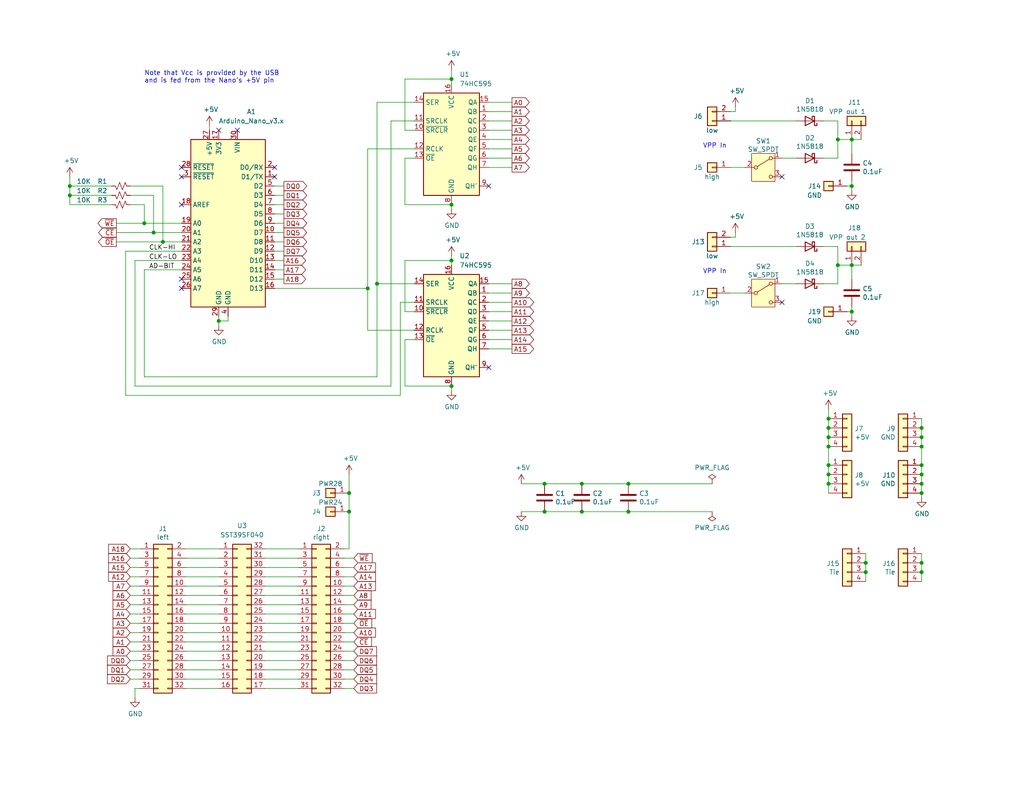
<source format=kicad_sch>
(kicad_sch (version 20231120) (generator "eeschema") (generator_version "8.0")
  (paper "USLetter")
  (title_block (title "TommyPROM 32 Nano") (date "2022-12-19") (rev "2.0") (company "github.com/TomNisbet"))
  (lib_symbols
    (symbol "74xx:74HC595"
      (property "Reference" "U" (at -7.62 13.97 0))
      (property "Value" "74HC595" (at -7.62 -16.51 0))
      (symbol "74HC595_1_0"
        (pin tri_state line (at 10.16 7.62 180) (length 2.54) (name "QB") (number "1"))
        (pin input line (at -10.16 2.54 0) (length 2.54) (name "~{SRCLR}") (number "10"))
        (pin input line (at -10.16 5.08 0) (length 2.54) (name "SRCLK") (number "11"))
        (pin input line (at -10.16 -2.54 0) (length 2.54) (name "RCLK") (number "12"))
        (pin input line (at -10.16 -5.08 0) (length 2.54) (name "~{OE}") (number "13"))
        (pin input line (at -10.16 10.16 0) (length 2.54) (name "SER") (number "14"))
        (pin tri_state line (at 10.16 10.16 180) (length 2.54) (name "QA") (number "15"))
        (pin power_in line (at 0 15.24 270) (length 2.54) (name "VCC") (number "16"))
        (pin tri_state line (at 10.16 5.08 180) (length 2.54) (name "QC") (number "2"))
        (pin tri_state line (at 10.16 2.54 180) (length 2.54) (name "QD") (number "3"))
        (pin tri_state line (at 10.16 0 180) (length 2.54) (name "QE") (number "4"))
        (pin tri_state line (at 10.16 -2.54 180) (length 2.54) (name "QF") (number "5"))
        (pin tri_state line (at 10.16 -5.08 180) (length 2.54) (name "QG") (number "6"))
        (pin tri_state line (at 10.16 -7.62 180) (length 2.54) (name "QH") (number "7"))
        (pin power_in line (at 0 -17.78 90) (length 2.54) (name "GND") (number "8"))
        (pin output line (at 10.16 -12.7 180) (length 2.54) (name "QH'") (number "9"))
      )
    )
    (symbol "Connector_Generic:Conn_01x01" (pin_names (offset 1.016) hide)
      (property "Reference" "J" (at 0 2.54 0))
      (property "Value" "Conn_01x01" (at 0 -2.54 0))
      (symbol "Conn_01x01_1_1"
        (pin passive line (at -5.08 0 0) (length 3.81) (name "Pin_1") (number "1"))
      )
    )
    (symbol "Connector_Generic:Conn_01x02" (pin_names (offset 1.016) hide)
      (property "Reference" "J" (at 0 2.54 0))
      (property "Value" "Conn_01x02" (at 0 -5.08 0))
      (symbol "Conn_01x02_1_1"
        (pin passive line (at -5.08 0 0) (length 3.81) (name "Pin_1") (number "1"))
        (pin passive line (at -5.08 -2.54 0) (length 3.81) (name "Pin_2") (number "2"))
      )
    )
    (symbol "Connector_Generic:Conn_01x04" (pin_names (offset 1.016) hide)
      (property "Reference" "J" (at 0 5.08 0))
      (property "Value" "Conn_01x04" (at 0 -7.62 0))
      (symbol "Conn_01x04_1_1"
        (pin passive line (at -5.08 2.54 0) (length 3.81) (name "Pin_1") (number "1"))
        (pin passive line (at -5.08 0 0) (length 3.81) (name "Pin_2") (number "2"))
        (pin passive line (at -5.08 -2.54 0) (length 3.81) (name "Pin_3") (number "3"))
        (pin passive line (at -5.08 -5.08 0) (length 3.81) (name "Pin_4") (number "4"))
      )
    )
    (symbol "Connector_Generic:Conn_02x16_Counter_Clockwise" (pin_names (offset 1.016) hide)
      (property "Reference" "J" (at 1.27 20.32 0))
      (property "Value" "Conn_02x16_Counter_Clockwise" (at 1.27 -22.86 0))
      (symbol "Conn_02x16_Counter_Clockwise_1_1"
        (pin passive line (at -5.08 17.78 0) (length 3.81) (name "Pin_1") (number "1"))
        (pin passive line (at -5.08 -5.08 0) (length 3.81) (name "Pin_10") (number "10"))
        (pin passive line (at -5.08 -7.62 0) (length 3.81) (name "Pin_11") (number "11"))
        (pin passive line (at -5.08 -10.16 0) (length 3.81) (name "Pin_12") (number "12"))
        (pin passive line (at -5.08 -12.7 0) (length 3.81) (name "Pin_13") (number "13"))
        (pin passive line (at -5.08 -15.24 0) (length 3.81) (name "Pin_14") (number "14"))
        (pin passive line (at -5.08 -17.78 0) (length 3.81) (name "Pin_15") (number "15"))
        (pin passive line (at -5.08 -20.32 0) (length 3.81) (name "Pin_16") (number "16"))
        (pin passive line (at 7.62 -20.32 180) (length 3.81) (name "Pin_17") (number "17"))
        (pin passive line (at 7.62 -17.78 180) (length 3.81) (name "Pin_18") (number "18"))
        (pin passive line (at 7.62 -15.24 180) (length 3.81) (name "Pin_19") (number "19"))
        (pin passive line (at -5.08 15.24 0) (length 3.81) (name "Pin_2") (number "2"))
        (pin passive line (at 7.62 -12.7 180) (length 3.81) (name "Pin_20") (number "20"))
        (pin passive line (at 7.62 -10.16 180) (length 3.81) (name "Pin_21") (number "21"))
        (pin passive line (at 7.62 -7.62 180) (length 3.81) (name "Pin_22") (number "22"))
        (pin passive line (at 7.62 -5.08 180) (length 3.81) (name "Pin_23") (number "23"))
        (pin passive line (at 7.62 -2.54 180) (length 3.81) (name "Pin_24") (number "24"))
        (pin passive line (at 7.62 0 180) (length 3.81) (name "Pin_25") (number "25"))
        (pin passive line (at 7.62 2.54 180) (length 3.81) (name "Pin_26") (number "26"))
        (pin passive line (at 7.62 5.08 180) (length 3.81) (name "Pin_27") (number "27"))
        (pin passive line (at 7.62 7.62 180) (length 3.81) (name "Pin_28") (number "28"))
        (pin passive line (at 7.62 10.16 180) (length 3.81) (name "Pin_29") (number "29"))
        (pin passive line (at -5.08 12.7 0) (length 3.81) (name "Pin_3") (number "3"))
        (pin passive line (at 7.62 12.7 180) (length 3.81) (name "Pin_30") (number "30"))
        (pin passive line (at 7.62 15.24 180) (length 3.81) (name "Pin_31") (number "31"))
        (pin passive line (at 7.62 17.78 180) (length 3.81) (name "Pin_32") (number "32"))
        (pin passive line (at -5.08 10.16 0) (length 3.81) (name "Pin_4") (number "4"))
        (pin passive line (at -5.08 7.62 0) (length 3.81) (name "Pin_5") (number "5"))
        (pin passive line (at -5.08 5.08 0) (length 3.81) (name "Pin_6") (number "6"))
        (pin passive line (at -5.08 2.54 0) (length 3.81) (name "Pin_7") (number "7"))
        (pin passive line (at -5.08 0 0) (length 3.81) (name "Pin_8") (number "8"))
        (pin passive line (at -5.08 -2.54 0) (length 3.81) (name "Pin_9") (number "9"))
      )
    )
    (symbol "Connector_Generic:Conn_02x16_Odd_Even" (pin_names (offset 1.016) hide)
      (property "Reference" "J" (at 1.27 20.32 0))
      (property "Value" "Conn_02x16_Odd_Even" (at 1.27 -22.86 0))
      (symbol "Conn_02x16_Odd_Even_1_1"
        (pin passive line (at -5.08 17.78 0) (length 3.81) (name "Pin_1") (number "1"))
        (pin passive line (at 7.62 7.62 180) (length 3.81) (name "Pin_10") (number "10"))
        (pin passive line (at -5.08 5.08 0) (length 3.81) (name "Pin_11") (number "11"))
        (pin passive line (at 7.62 5.08 180) (length 3.81) (name "Pin_12") (number "12"))
        (pin passive line (at -5.08 2.54 0) (length 3.81) (name "Pin_13") (number "13"))
        (pin passive line (at 7.62 2.54 180) (length 3.81) (name "Pin_14") (number "14"))
        (pin passive line (at -5.08 0 0) (length 3.81) (name "Pin_15") (number "15"))
        (pin passive line (at 7.62 0 180) (length 3.81) (name "Pin_16") (number "16"))
        (pin passive line (at -5.08 -2.54 0) (length 3.81) (name "Pin_17") (number "17"))
        (pin passive line (at 7.62 -2.54 180) (length 3.81) (name "Pin_18") (number "18"))
        (pin passive line (at -5.08 -5.08 0) (length 3.81) (name "Pin_19") (number "19"))
        (pin passive line (at 7.62 17.78 180) (length 3.81) (name "Pin_2") (number "2"))
        (pin passive line (at 7.62 -5.08 180) (length 3.81) (name "Pin_20") (number "20"))
        (pin passive line (at -5.08 -7.62 0) (length 3.81) (name "Pin_21") (number "21"))
        (pin passive line (at 7.62 -7.62 180) (length 3.81) (name "Pin_22") (number "22"))
        (pin passive line (at -5.08 -10.16 0) (length 3.81) (name "Pin_23") (number "23"))
        (pin passive line (at 7.62 -10.16 180) (length 3.81) (name "Pin_24") (number "24"))
        (pin passive line (at -5.08 -12.7 0) (length 3.81) (name "Pin_25") (number "25"))
        (pin passive line (at 7.62 -12.7 180) (length 3.81) (name "Pin_26") (number "26"))
        (pin passive line (at -5.08 -15.24 0) (length 3.81) (name "Pin_27") (number "27"))
        (pin passive line (at 7.62 -15.24 180) (length 3.81) (name "Pin_28") (number "28"))
        (pin passive line (at -5.08 -17.78 0) (length 3.81) (name "Pin_29") (number "29"))
        (pin passive line (at -5.08 15.24 0) (length 3.81) (name "Pin_3") (number "3"))
        (pin passive line (at 7.62 -17.78 180) (length 3.81) (name "Pin_30") (number "30"))
        (pin passive line (at -5.08 -20.32 0) (length 3.81) (name "Pin_31") (number "31"))
        (pin passive line (at 7.62 -20.32 180) (length 3.81) (name "Pin_32") (number "32"))
        (pin passive line (at 7.62 15.24 180) (length 3.81) (name "Pin_4") (number "4"))
        (pin passive line (at -5.08 12.7 0) (length 3.81) (name "Pin_5") (number "5"))
        (pin passive line (at 7.62 12.7 180) (length 3.81) (name "Pin_6") (number "6"))
        (pin passive line (at -5.08 10.16 0) (length 3.81) (name "Pin_7") (number "7"))
        (pin passive line (at 7.62 10.16 180) (length 3.81) (name "Pin_8") (number "8"))
        (pin passive line (at -5.08 7.62 0) (length 3.81) (name "Pin_9") (number "9"))
      )
    )
    (symbol "Device:C" (pin_numbers hide) (pin_names (offset 0.254))
      (property "Reference" "C" (at 0.635 2.54 0))
      (property "Value" "C" (at 0.635 -2.54 0))
      (symbol "C_1_1"
        (pin passive line (at 0 3.81 270) (length 2.794) (name "~") (number "1"))
        (pin passive line (at 0 -3.81 90) (length 2.794) (name "~") (number "2"))
      )
    )
    (symbol "Device:R_Small_US" (pin_numbers hide) (pin_names (offset 0.254) hide)
      (property "Reference" "R" (at 0.762 0.508 0))
      (property "Value" "R_Small_US" (at 0.762 -1.016 0))
      (symbol "R_Small_US_1_1"
        (pin passive line (at 0 2.54 270) (length 1.016) (name "~") (number "1"))
        (pin passive line (at 0 -2.54 90) (length 1.016) (name "~") (number "2"))
      )
    )
    (symbol "Diode:1N5818" (pin_numbers hide) (pin_names (offset 1.016) hide)
      (property "Reference" "D" (at 0 2.54 0))
      (property "Value" "1N5818" (at 0 -2.54 0))
      (symbol "1N5818_1_1"
        (pin passive line (at -3.81 0 0) (length 2.54) (name "K") (number "1"))
        (pin passive line (at 3.81 0 180) (length 2.54) (name "A") (number "2"))
      )
    )
    (symbol "MCU_Module:Arduino_Nano_v3.x"
      (property "Reference" "A" (at -10.16 23.495 0))
      (property "Value" "Arduino_Nano_v3.x" (at 5.08 -24.13 0))
      (symbol "Arduino_Nano_v3.x_1_1"
        (pin bidirectional line (at -12.7 12.7 0) (length 2.54) (name "D1/TX") (number "1"))
        (pin bidirectional line (at -12.7 -2.54 0) (length 2.54) (name "D7") (number "10"))
        (pin bidirectional line (at -12.7 -5.08 0) (length 2.54) (name "D8") (number "11"))
        (pin bidirectional line (at -12.7 -7.62 0) (length 2.54) (name "D9") (number "12"))
        (pin bidirectional line (at -12.7 -10.16 0) (length 2.54) (name "D10") (number "13"))
        (pin bidirectional line (at -12.7 -12.7 0) (length 2.54) (name "D11") (number "14"))
        (pin bidirectional line (at -12.7 -15.24 0) (length 2.54) (name "D12") (number "15"))
        (pin bidirectional line (at -12.7 -17.78 0) (length 2.54) (name "D13") (number "16"))
        (pin power_out line (at 2.54 25.4 270) (length 2.54) (name "3V3") (number "17"))
        (pin input line (at 12.7 5.08 180) (length 2.54) (name "AREF") (number "18"))
        (pin bidirectional line (at 12.7 0 180) (length 2.54) (name "A0") (number "19"))
        (pin bidirectional line (at -12.7 15.24 0) (length 2.54) (name "D0/RX") (number "2"))
        (pin bidirectional line (at 12.7 -2.54 180) (length 2.54) (name "A1") (number "20"))
        (pin bidirectional line (at 12.7 -5.08 180) (length 2.54) (name "A2") (number "21"))
        (pin bidirectional line (at 12.7 -7.62 180) (length 2.54) (name "A3") (number "22"))
        (pin bidirectional line (at 12.7 -10.16 180) (length 2.54) (name "A4") (number "23"))
        (pin bidirectional line (at 12.7 -12.7 180) (length 2.54) (name "A5") (number "24"))
        (pin bidirectional line (at 12.7 -15.24 180) (length 2.54) (name "A6") (number "25"))
        (pin bidirectional line (at 12.7 -17.78 180) (length 2.54) (name "A7") (number "26"))
        (pin power_out line (at 5.08 25.4 270) (length 2.54) (name "+5V") (number "27"))
        (pin input line (at 12.7 15.24 180) (length 2.54) (name "~{RESET}") (number "28"))
        (pin power_in line (at 2.54 -25.4 90) (length 2.54) (name "GND") (number "29"))
        (pin input line (at 12.7 12.7 180) (length 2.54) (name "~{RESET}") (number "3"))
        (pin power_in line (at -2.54 25.4 270) (length 2.54) (name "VIN") (number "30"))
        (pin power_in line (at 0 -25.4 90) (length 2.54) (name "GND") (number "4"))
        (pin bidirectional line (at -12.7 10.16 0) (length 2.54) (name "D2") (number "5"))
        (pin bidirectional line (at -12.7 7.62 0) (length 2.54) (name "D3") (number "6"))
        (pin bidirectional line (at -12.7 5.08 0) (length 2.54) (name "D4") (number "7"))
        (pin bidirectional line (at -12.7 2.54 0) (length 2.54) (name "D5") (number "8"))
        (pin bidirectional line (at -12.7 0 0) (length 2.54) (name "D6") (number "9"))
      )
    )
    (symbol "Switch:SW_SPDT" (pin_names (offset 0) hide)
      (property "Reference" "SW" (at 0 5.08 0))
      (property "Value" "SW_SPDT" (at 0 -5.08 0))
      (symbol "SW_SPDT_1_1"
        (pin passive line (at 5.08 2.54 180) (length 2.54) (name "A") (number "1"))
        (pin passive line (at -5.08 0 0) (length 2.54) (name "B") (number "2"))
        (pin passive line (at 5.08 -2.54 180) (length 2.54) (name "C") (number "3"))
      )
    )
    (symbol "TommyPROM32-rescue:+5V-power" (power) (pin_names (offset 0))
      (property "Value" "power_+5V" (at 0 3.556 0))
      (symbol "+5V-power_1_1"
        (pin power_in line (at 0 0 90) (length 0) hide (name "+5V") (number "1"))
      )
    )
    (symbol "TommyPROM32-rescue:GND-power" (power) (pin_names (offset 0))
      (property "Value" "power_GND" (at 0 -3.81 0))
      (symbol "GND-power_1_1"
        (pin power_in line (at 0 0 270) (length 0) hide (name "GND") (number "1"))
      )
    )
    (symbol "TommyPROM32-rescue:PWR_FLAG-power" (power) (pin_numbers hide) (pin_names (offset 0) hide)
      (property "Value" "power_PWR_FLAG" (at 0 3.81 0))
      (symbol "PWR_FLAG-power_0_0"
        (pin power_out line (at 0 0 90) (length 0) (name "pwr") (number "1"))
      )
    )
  )
  (junction (at 100.33 78.74))
  (junction (at 19.05 50.8))
  (junction (at 59.69 87.63))
  (junction (at 158.75 132.08))
  (junction (at 226.06 132.08))
  (junction (at 95.25 139.7))
  (junction (at 226.06 114.3))
  (junction (at 228.6 72.39))
  (junction (at 123.19 105.41))
  (junction (at 171.45 139.7))
  (junction (at 148.59 132.08))
  (junction (at 251.46 134.62))
  (junction (at 228.6 38.1))
  (junction (at 232.41 38.1))
  (junction (at 251.46 132.08))
  (junction (at 44.45 66.04))
  (junction (at 251.46 116.84))
  (junction (at 232.41 85.09))
  (junction (at 123.19 71.12))
  (junction (at 251.46 119.38))
  (junction (at 41.91 63.5))
  (junction (at 226.06 129.54))
  (junction (at 95.25 134.62))
  (junction (at 251.46 121.92))
  (junction (at 232.41 72.39))
  (junction (at 251.46 153.67))
  (junction (at 226.06 127))
  (junction (at 148.59 139.7))
  (junction (at 236.22 153.67))
  (junction (at 19.05 53.34))
  (junction (at 226.06 121.92))
  (junction (at 232.41 50.8))
  (junction (at 102.87 77.47))
  (junction (at 39.37 60.96))
  (junction (at 171.45 132.08))
  (junction (at 226.06 119.38))
  (junction (at 123.19 21.59))
  (junction (at 158.75 139.7))
  (junction (at 123.19 55.88))
  (junction (at 236.22 156.21))
  (junction (at 251.46 127))
  (junction (at 226.06 116.84))
  (junction (at 251.46 129.54))
  (junction (at 251.46 156.21))
  (no_connect (at 133.35 50.8))
  (no_connect (at 213.36 82.55))
  (no_connect (at 213.36 48.26))
  (no_connect (at 133.35 100.33))
  (no_connect (at 59.69 35.56))
  (no_connect (at 49.53 48.26))
  (no_connect (at 49.53 78.74))
  (no_connect (at 64.77 35.56))
  (no_connect (at 49.53 76.2))
  (no_connect (at 74.93 45.72))
  (no_connect (at 49.53 45.72))
  (no_connect (at 74.93 48.26))
  (no_connect (at 49.53 55.88))
  (wire (pts (xy 102.87 77.47) (xy 102.87 102.87)))
  (wire (pts (xy 133.35 77.47) (xy 139.7 77.47)))
  (wire (pts (xy 133.35 80.01) (xy 139.7 80.01)))
  (wire (pts (xy 231.14 50.8) (xy 232.41 50.8)))
  (wire (pts (xy 35.56 157.48) (xy 38.1 157.48)))
  (wire (pts (xy 123.19 71.12) (xy 110.49 71.12)))
  (wire (pts (xy 199.39 80.01) (xy 203.2 80.01)))
  (wire (pts (xy 228.6 38.1) (xy 228.6 43.18)))
  (wire (pts (xy 35.56 149.86) (xy 38.1 149.86)))
  (wire (pts (xy 72.39 162.56) (xy 81.28 162.56)))
  (wire (pts (xy 50.8 167.64) (xy 59.69 167.64)))
  (wire (pts (xy 34.29 107.95) (xy 109.22 107.95)))
  (wire (pts (xy 251.46 129.54) (xy 251.46 132.08)))
  (wire (pts (xy 74.93 73.66) (xy 77.47 73.66)))
  (wire (pts (xy 50.8 152.4) (xy 59.69 152.4)))
  (wire (pts (xy 35.56 175.26) (xy 38.1 175.26)))
  (wire (pts (xy 228.6 67.31) (xy 228.6 72.39)))
  (wire (pts (xy 50.8 162.56) (xy 59.69 162.56)))
  (wire (pts (xy 36.83 71.12) (xy 49.53 71.12)))
  (wire (pts (xy 74.93 50.8) (xy 77.47 50.8)))
  (wire (pts (xy 226.06 127) (xy 226.06 121.92)))
  (wire (pts (xy 232.41 50.8) (xy 232.41 52.07)))
  (wire (pts (xy 50.8 187.96) (xy 59.69 187.96)))
  (wire (pts (xy 251.46 127) (xy 251.46 129.54)))
  (wire (pts (xy 102.87 27.94) (xy 113.03 27.94)))
  (wire (pts (xy 133.35 43.18) (xy 139.7 43.18)))
  (wire (pts (xy 50.8 170.18) (xy 59.69 170.18)))
  (wire (pts (xy 95.25 149.86) (xy 93.98 149.86)))
  (wire (pts (xy 30.48 55.88) (xy 19.05 55.88)))
  (wire (pts (xy 50.8 154.94) (xy 59.69 154.94)))
  (wire (pts (xy 93.98 162.56) (xy 96.52 162.56)))
  (wire (pts (xy 96.52 182.88) (xy 93.98 182.88)))
  (wire (pts (xy 171.45 139.7) (xy 194.31 139.7)))
  (wire (pts (xy 50.8 177.8) (xy 59.69 177.8)))
  (wire (pts (xy 226.06 134.62) (xy 226.06 132.08)))
  (wire (pts (xy 234.95 38.1) (xy 232.41 38.1)))
  (wire (pts (xy 133.35 85.09) (xy 139.7 85.09)))
  (wire (pts (xy 251.46 132.08) (xy 251.46 134.62)))
  (wire (pts (xy 133.35 82.55) (xy 139.7 82.55)))
  (wire (pts (xy 74.93 60.96) (xy 77.47 60.96)))
  (wire (pts (xy 62.23 87.63) (xy 59.69 87.63)))
  (wire (pts (xy 110.49 55.88) (xy 123.19 55.88)))
  (wire (pts (xy 133.35 87.63) (xy 139.7 87.63)))
  (wire (pts (xy 232.41 72.39) (xy 228.6 72.39)))
  (wire (pts (xy 74.93 66.04) (xy 77.47 66.04)))
  (wire (pts (xy 133.35 45.72) (xy 139.7 45.72)))
  (wire (pts (xy 74.93 53.34) (xy 77.47 53.34)))
  (wire (pts (xy 62.23 86.36) (xy 62.23 87.63)))
  (wire (pts (xy 72.39 165.1) (xy 81.28 165.1)))
  (wire (pts (xy 19.05 48.26) (xy 19.05 50.8)))
  (wire (pts (xy 217.17 33.02) (xy 199.39 33.02)))
  (wire (pts (xy 50.8 157.48) (xy 59.69 157.48)))
  (wire (pts (xy 213.36 43.18) (xy 217.17 43.18)))
  (wire (pts (xy 35.56 53.34) (xy 41.91 53.34)))
  (wire (pts (xy 123.19 71.12) (xy 123.19 72.39)))
  (wire (pts (xy 236.22 153.67) (xy 236.22 156.21)))
  (wire (pts (xy 109.22 82.55) (xy 109.22 107.95)))
  (wire (pts (xy 74.93 55.88) (xy 77.47 55.88)))
  (wire (pts (xy 72.39 180.34) (xy 81.28 180.34)))
  (wire (pts (xy 39.37 60.96) (xy 49.53 60.96)))
  (wire (pts (xy 231.14 85.09) (xy 232.41 85.09)))
  (wire (pts (xy 93.98 175.26) (xy 96.52 175.26)))
  (wire (pts (xy 110.49 85.09) (xy 113.03 85.09)))
  (wire (pts (xy 50.8 172.72) (xy 59.69 172.72)))
  (wire (pts (xy 72.39 170.18) (xy 81.28 170.18)))
  (wire (pts (xy 93.98 154.94) (xy 96.52 154.94)))
  (wire (pts (xy 19.05 50.8) (xy 19.05 53.34)))
  (wire (pts (xy 123.19 22.86) (xy 123.19 21.59)))
  (wire (pts (xy 93.98 180.34) (xy 96.52 180.34)))
  (wire (pts (xy 72.39 160.02) (xy 81.28 160.02)))
  (wire (pts (xy 251.46 119.38) (xy 251.46 121.92)))
  (wire (pts (xy 34.29 68.58) (xy 34.29 107.95)))
  (wire (pts (xy 93.98 157.48) (xy 96.52 157.48)))
  (wire (pts (xy 228.6 33.02) (xy 228.6 38.1)))
  (wire (pts (xy 133.35 92.71) (xy 139.7 92.71)))
  (wire (pts (xy 35.56 154.94) (xy 38.1 154.94)))
  (wire (pts (xy 72.39 177.8) (xy 81.28 177.8)))
  (wire (pts (xy 95.25 139.7) (xy 95.25 149.86)))
  (wire (pts (xy 93.98 160.02) (xy 96.52 160.02)))
  (wire (pts (xy 251.46 151.13) (xy 251.46 153.67)))
  (wire (pts (xy 142.24 139.7) (xy 148.59 139.7)))
  (wire (pts (xy 93.98 170.18) (xy 96.52 170.18)))
  (wire (pts (xy 19.05 53.34) (xy 19.05 55.88)))
  (wire (pts (xy 35.56 167.64) (xy 38.1 167.64)))
  (wire (pts (xy 110.49 71.12) (xy 110.49 85.09)))
  (wire (pts (xy 102.87 27.94) (xy 102.87 77.47)))
  (wire (pts (xy 123.19 105.41) (xy 123.19 106.68)))
  (wire (pts (xy 50.8 182.88) (xy 59.69 182.88)))
  (wire (pts (xy 251.46 116.84) (xy 251.46 119.38)))
  (wire (pts (xy 59.69 86.36) (xy 59.69 87.63)))
  (wire (pts (xy 31.75 66.04) (xy 44.45 66.04)))
  (wire (pts (xy 44.45 50.8) (xy 44.45 66.04)))
  (wire (pts (xy 236.22 156.21) (xy 236.22 158.75)))
  (wire (pts (xy 232.41 38.1) (xy 228.6 38.1)))
  (wire (pts (xy 72.39 167.64) (xy 81.28 167.64)))
  (wire (pts (xy 133.35 35.56) (xy 139.7 35.56)))
  (wire (pts (xy 232.41 38.1) (xy 232.41 41.91)))
  (wire (pts (xy 110.49 92.71) (xy 110.49 105.41)))
  (wire (pts (xy 232.41 85.09) (xy 232.41 86.36)))
  (wire (pts (xy 50.8 149.86) (xy 59.69 149.86)))
  (wire (pts (xy 106.68 33.02) (xy 113.03 33.02)))
  (wire (pts (xy 232.41 72.39) (xy 232.41 76.2)))
  (wire (pts (xy 72.39 154.94) (xy 81.28 154.94)))
  (wire (pts (xy 251.46 121.92) (xy 251.46 127)))
  (wire (pts (xy 35.56 160.02) (xy 38.1 160.02)))
  (wire (pts (xy 133.35 40.64) (xy 139.7 40.64)))
  (wire (pts (xy 39.37 102.87) (xy 102.87 102.87)))
  (wire (pts (xy 251.46 156.21) (xy 251.46 158.75)))
  (wire (pts (xy 171.45 132.08) (xy 194.31 132.08)))
  (wire (pts (xy 228.6 72.39) (xy 228.6 77.47)))
  (wire (pts (xy 72.39 182.88) (xy 81.28 182.88)))
  (wire (pts (xy 93.98 172.72) (xy 96.52 172.72)))
  (wire (pts (xy 74.93 76.2) (xy 77.47 76.2)))
  (wire (pts (xy 251.46 134.62) (xy 251.46 135.89)))
  (wire (pts (xy 226.06 116.84) (xy 226.06 114.3)))
  (wire (pts (xy 35.56 165.1) (xy 38.1 165.1)))
  (wire (pts (xy 74.93 78.74) (xy 100.33 78.74)))
  (wire (pts (xy 38.1 187.96) (xy 36.83 187.96)))
  (wire (pts (xy 39.37 102.87) (xy 39.37 73.66)))
  (wire (pts (xy 44.45 66.04) (xy 49.53 66.04)))
  (wire (pts (xy 74.93 58.42) (xy 77.47 58.42)))
  (wire (pts (xy 200.66 29.21) (xy 200.66 30.48)))
  (wire (pts (xy 36.83 187.96) (xy 36.83 190.5)))
  (wire (pts (xy 224.79 67.31) (xy 228.6 67.31)))
  (wire (pts (xy 93.98 167.64) (xy 96.52 167.64)))
  (wire (pts (xy 123.19 19.05) (xy 123.19 21.59)))
  (wire (pts (xy 35.56 177.8) (xy 38.1 177.8)))
  (wire (pts (xy 133.35 38.1) (xy 139.7 38.1)))
  (wire (pts (xy 123.19 69.85) (xy 123.19 71.12)))
  (wire (pts (xy 110.49 21.59) (xy 110.49 35.56)))
  (wire (pts (xy 39.37 73.66) (xy 49.53 73.66)))
  (wire (pts (xy 31.75 60.96) (xy 39.37 60.96)))
  (wire (pts (xy 72.39 185.42) (xy 81.28 185.42)))
  (wire (pts (xy 93.98 185.42) (xy 96.52 185.42)))
  (wire (pts (xy 30.48 50.8) (xy 19.05 50.8)))
  (wire (pts (xy 35.56 172.72) (xy 38.1 172.72)))
  (wire (pts (xy 35.56 55.88) (xy 39.37 55.88)))
  (wire (pts (xy 228.6 77.47) (xy 224.79 77.47)))
  (wire (pts (xy 93.98 152.4) (xy 96.52 152.4)))
  (wire (pts (xy 59.69 87.63) (xy 59.69 88.9)))
  (wire (pts (xy 110.49 35.56) (xy 113.03 35.56)))
  (wire (pts (xy 226.06 121.92) (xy 226.06 119.38)))
  (wire (pts (xy 74.93 68.58) (xy 77.47 68.58)))
  (wire (pts (xy 72.39 149.86) (xy 81.28 149.86)))
  (wire (pts (xy 133.35 33.02) (xy 139.7 33.02)))
  (wire (pts (xy 234.95 72.39) (xy 232.41 72.39)))
  (wire (pts (xy 226.06 132.08) (xy 226.06 129.54)))
  (wire (pts (xy 106.68 105.41) (xy 106.68 33.02)))
  (wire (pts (xy 95.25 129.54) (xy 95.25 134.62)))
  (wire (pts (xy 74.93 63.5) (xy 77.47 63.5)))
  (wire (pts (xy 93.98 177.8) (xy 96.52 177.8)))
  (wire (pts (xy 232.41 83.82) (xy 232.41 85.09)))
  (wire (pts (xy 123.19 55.88) (xy 123.19 57.15)))
  (wire (pts (xy 35.56 50.8) (xy 44.45 50.8)))
  (wire (pts (xy 217.17 67.31) (xy 199.39 67.31)))
  (wire (pts (xy 224.79 33.02) (xy 228.6 33.02)))
  (wire (pts (xy 31.75 63.5) (xy 41.91 63.5)))
  (wire (pts (xy 133.35 90.17) (xy 139.7 90.17)))
  (wire (pts (xy 228.6 43.18) (xy 224.79 43.18)))
  (wire (pts (xy 100.33 78.74) (xy 100.33 40.64)))
  (wire (pts (xy 133.35 95.25) (xy 139.7 95.25)))
  (wire (pts (xy 100.33 78.74) (xy 100.33 90.17)))
  (wire (pts (xy 226.06 119.38) (xy 226.06 116.84)))
  (wire (pts (xy 36.83 105.41) (xy 36.83 71.12)))
  (wire (pts (xy 200.66 30.48) (xy 199.39 30.48)))
  (wire (pts (xy 39.37 55.88) (xy 39.37 60.96)))
  (wire (pts (xy 41.91 63.5) (xy 49.53 63.5)))
  (wire (pts (xy 148.59 139.7) (xy 158.75 139.7)))
  (wire (pts (xy 72.39 175.26) (xy 81.28 175.26)))
  (wire (pts (xy 93.98 187.96) (xy 96.52 187.96)))
  (wire (pts (xy 110.49 43.18) (xy 113.03 43.18)))
  (wire (pts (xy 35.56 185.42) (xy 38.1 185.42)))
  (wire (pts (xy 102.87 77.47) (xy 113.03 77.47)))
  (wire (pts (xy 251.46 153.67) (xy 251.46 156.21)))
  (wire (pts (xy 72.39 187.96) (xy 81.28 187.96)))
  (wire (pts (xy 113.03 92.71) (xy 110.49 92.71)))
  (wire (pts (xy 110.49 105.41) (xy 123.19 105.41)))
  (wire (pts (xy 110.49 21.59) (xy 123.19 21.59)))
  (wire (pts (xy 74.93 71.12) (xy 77.47 71.12)))
  (wire (pts (xy 109.22 82.55) (xy 113.03 82.55)))
  (wire (pts (xy 50.8 180.34) (xy 59.69 180.34)))
  (wire (pts (xy 226.06 129.54) (xy 226.06 127)))
  (wire (pts (xy 251.46 114.3) (xy 251.46 116.84)))
  (wire (pts (xy 133.35 27.94) (xy 139.7 27.94)))
  (wire (pts (xy 49.53 68.58) (xy 34.29 68.58)))
  (wire (pts (xy 110.49 43.18) (xy 110.49 55.88)))
  (wire (pts (xy 35.56 170.18) (xy 38.1 170.18)))
  (wire (pts (xy 148.59 132.08) (xy 158.75 132.08)))
  (wire (pts (xy 35.56 162.56) (xy 38.1 162.56)))
  (wire (pts (xy 100.33 40.64) (xy 113.03 40.64)))
  (wire (pts (xy 200.66 64.77) (xy 199.39 64.77)))
  (wire (pts (xy 72.39 157.48) (xy 81.28 157.48)))
  (wire (pts (xy 72.39 152.4) (xy 81.28 152.4)))
  (wire (pts (xy 41.91 53.34) (xy 41.91 63.5)))
  (wire (pts (xy 93.98 165.1) (xy 96.52 165.1)))
  (wire (pts (xy 95.25 134.62) (xy 95.25 139.7)))
  (wire (pts (xy 232.41 49.53) (xy 232.41 50.8)))
  (wire (pts (xy 226.06 111.76) (xy 226.06 114.3)))
  (wire (pts (xy 50.8 160.02) (xy 59.69 160.02)))
  (wire (pts (xy 133.35 30.48) (xy 139.7 30.48)))
  (wire (pts (xy 199.39 45.72) (xy 203.2 45.72)))
  (wire (pts (xy 200.66 63.5) (xy 200.66 64.77)))
  (wire (pts (xy 142.24 132.08) (xy 148.59 132.08)))
  (wire (pts (xy 36.83 105.41) (xy 106.68 105.41)))
  (wire (pts (xy 35.56 180.34) (xy 38.1 180.34)))
  (wire (pts (xy 236.22 151.13) (xy 236.22 153.67)))
  (wire (pts (xy 213.36 77.47) (xy 217.17 77.47)))
  (wire (pts (xy 50.8 185.42) (xy 59.69 185.42)))
  (wire (pts (xy 158.75 132.08) (xy 171.45 132.08)))
  (wire (pts (xy 57.15 34.29) (xy 57.15 35.56)))
  (wire (pts (xy 113.03 90.17) (xy 100.33 90.17)))
  (wire (pts (xy 19.05 53.34) (xy 30.48 53.34)))
  (wire (pts (xy 158.75 139.7) (xy 171.45 139.7)))
  (wire (pts (xy 35.56 182.88) (xy 38.1 182.88)))
  (wire (pts (xy 72.39 172.72) (xy 81.28 172.72)))
  (wire (pts (xy 50.8 175.26) (xy 59.69 175.26)))
  (wire (pts (xy 35.56 152.4) (xy 38.1 152.4)))
  (wire (pts (xy 50.8 165.1) (xy 59.69 165.1)))
  (text "Note that Vcc is provided by the USB\nand is fed from the Nano’s +5V pin" (at 39.37 22.86 0) (effects (font (size 1.27 1.27)) (justify left bottom)))
  (text "VPP In" (at 191.77 74.93 0) (effects (font (size 1.27 1.27)) (justify left bottom)))
  (text "VPP In" (at 191.77 40.64 0) (effects (font (size 1.27 1.27)) (justify left bottom)))
  (label "CLK-HI" (at 40.64 68.58 0))
  (label "AD-BIT" (at 40.64 73.66 0))
  (label "CLK-LO" (at 40.64 71.12 0))
  (global_label "A7" (shape output) (at 139.7 45.72 0) (property "Intersheetrefs" "${INTERSHEET_REFS}" (effects (hide yes))))
  (global_label "A6" (shape input) (at 35.56 162.56 180) (property "Intersheetrefs" "${INTERSHEET_REFS}" (effects (hide yes))))
  (global_label "DQ3" (shape output) (at 77.47 58.42 0) (property "Intersheetrefs" "${INTERSHEET_REFS}" (effects (hide yes))))
  (global_label "DQ2" (shape input) (at 35.56 185.42 180) (property "Intersheetrefs" "${INTERSHEET_REFS}" (effects (hide yes))))
  (global_label "A9" (shape input) (at 96.52 165.1 0) (property "Intersheetrefs" "${INTERSHEET_REFS}" (effects (hide yes))))
  (global_label "A5" (shape input) (at 35.56 165.1 180) (property "Intersheetrefs" "${INTERSHEET_REFS}" (effects (hide yes))))
  (global_label "A10" (shape output) (at 139.7 82.55 0) (property "Intersheetrefs" "${INTERSHEET_REFS}" (effects (hide yes))))
  (global_label "A4" (shape input) (at 35.56 167.64 180) (property "Intersheetrefs" "${INTERSHEET_REFS}" (effects (hide yes))))
  (global_label "DQ7" (shape input) (at 96.52 177.8 0) (property "Intersheetrefs" "${INTERSHEET_REFS}" (effects (hide yes))))
  (global_label "A2" (shape output) (at 139.7 33.02 0) (property "Intersheetrefs" "${INTERSHEET_REFS}" (effects (hide yes))))
  (global_label "A11" (shape input) (at 96.52 167.64 0) (property "Intersheetrefs" "${INTERSHEET_REFS}" (effects (hide yes))))
  (global_label "A17" (shape output) (at 77.47 73.66 0) (property "Intersheetrefs" "${INTERSHEET_REFS}" (effects (hide yes))))
  (global_label "A8" (shape input) (at 96.52 162.56 0) (property "Intersheetrefs" "${INTERSHEET_REFS}" (effects (hide yes))))
  (global_label "A15" (shape output) (at 139.7 95.25 0) (property "Intersheetrefs" "${INTERSHEET_REFS}" (effects (hide yes))))
  (global_label "A6" (shape output) (at 139.7 43.18 0) (property "Intersheetrefs" "${INTERSHEET_REFS}" (effects (hide yes))))
  (global_label "A16" (shape input) (at 35.56 152.4 180) (property "Intersheetrefs" "${INTERSHEET_REFS}" (effects (hide yes))))
  (global_label "DQ6" (shape output) (at 77.47 66.04 0) (property "Intersheetrefs" "${INTERSHEET_REFS}" (effects (hide yes))))
  (global_label "DQ5" (shape input) (at 96.52 182.88 0) (property "Intersheetrefs" "${INTERSHEET_REFS}" (effects (hide yes))))
  (global_label "DQ5" (shape output) (at 77.47 63.5 0) (property "Intersheetrefs" "${INTERSHEET_REFS}" (effects (hide yes))))
  (global_label "DQ0" (shape output) (at 77.47 50.8 0) (property "Intersheetrefs" "${INTERSHEET_REFS}" (effects (hide yes))))
  (global_label "DQ3" (shape input) (at 96.52 187.96 0) (property "Intersheetrefs" "${INTERSHEET_REFS}" (effects (hide yes))))
  (global_label "A14" (shape output) (at 139.7 92.71 0) (property "Intersheetrefs" "${INTERSHEET_REFS}" (effects (hide yes))))
  (global_label "A0" (shape output) (at 139.7 27.94 0) (property "Intersheetrefs" "${INTERSHEET_REFS}" (effects (hide yes))))
  (global_label "A9" (shape output) (at 139.7 80.01 0) (property "Intersheetrefs" "${INTERSHEET_REFS}" (effects (hide yes))))
  (global_label "A12" (shape output) (at 139.7 87.63 0) (property "Intersheetrefs" "${INTERSHEET_REFS}" (effects (hide yes))))
  (global_label "DQ2" (shape output) (at 77.47 55.88 0) (property "Intersheetrefs" "${INTERSHEET_REFS}" (effects (hide yes))))
  (global_label "A7" (shape input) (at 35.56 160.02 180) (property "Intersheetrefs" "${INTERSHEET_REFS}" (effects (hide yes))))
  (global_label "DQ1" (shape input) (at 35.56 182.88 180) (property "Intersheetrefs" "${INTERSHEET_REFS}" (effects (hide yes))))
  (global_label "A10" (shape input) (at 96.52 172.72 0) (property "Intersheetrefs" "${INTERSHEET_REFS}" (effects (hide yes))))
  (global_label "A5" (shape output) (at 139.7 40.64 0) (property "Intersheetrefs" "${INTERSHEET_REFS}" (effects (hide yes))))
  (global_label "A18" (shape input) (at 35.56 149.86 180) (property "Intersheetrefs" "${INTERSHEET_REFS}" (effects (hide yes))))
  (global_label "A11" (shape output) (at 139.7 85.09 0) (property "Intersheetrefs" "${INTERSHEET_REFS}" (effects (hide yes))))
  (global_label "A17" (shape input) (at 96.52 154.94 0) (property "Intersheetrefs" "${INTERSHEET_REFS}" (effects (hide yes))))
  (global_label "~{OE}" (shape input) (at 96.52 170.18 0) (property "Intersheetrefs" "${INTERSHEET_REFS}" (effects (hide yes))))
  (global_label "~{WE}" (shape input) (at 96.52 152.4 0) (property "Intersheetrefs" "${INTERSHEET_REFS}" (effects (hide yes))))
  (global_label "DQ1" (shape output) (at 77.47 53.34 0) (property "Intersheetrefs" "${INTERSHEET_REFS}" (effects (hide yes))))
  (global_label "~{OE}" (shape output) (at 31.75 66.04 180) (property "Intersheetrefs" "${INTERSHEET_REFS}" (effects (hide yes))))
  (global_label "~{CE}" (shape output) (at 31.75 63.5 180) (property "Intersheetrefs" "${INTERSHEET_REFS}" (effects (hide yes))))
  (global_label "A12" (shape input) (at 35.56 157.48 180) (property "Intersheetrefs" "${INTERSHEET_REFS}" (effects (hide yes))))
  (global_label "A0" (shape input) (at 35.56 177.8 180) (property "Intersheetrefs" "${INTERSHEET_REFS}" (effects (hide yes))))
  (global_label "DQ0" (shape input) (at 35.56 180.34 180) (property "Intersheetrefs" "${INTERSHEET_REFS}" (effects (hide yes))))
  (global_label "~{WE}" (shape output) (at 31.75 60.96 180) (property "Intersheetrefs" "${INTERSHEET_REFS}" (effects (hide yes))))
  (global_label "A3" (shape output) (at 139.7 35.56 0) (property "Intersheetrefs" "${INTERSHEET_REFS}" (effects (hide yes))))
  (global_label "A16" (shape output) (at 77.47 71.12 0) (property "Intersheetrefs" "${INTERSHEET_REFS}" (effects (hide yes))))
  (global_label "A4" (shape output) (at 139.7 38.1 0) (property "Intersheetrefs" "${INTERSHEET_REFS}" (effects (hide yes))))
  (global_label "A8" (shape output) (at 139.7 77.47 0) (property "Intersheetrefs" "${INTERSHEET_REFS}" (effects (hide yes))))
  (global_label "DQ6" (shape input) (at 96.52 180.34 0) (property "Intersheetrefs" "${INTERSHEET_REFS}" (effects (hide yes))))
  (global_label "A18" (shape output) (at 77.47 76.2 0) (property "Intersheetrefs" "${INTERSHEET_REFS}" (effects (hide yes))))
  (global_label "A3" (shape input) (at 35.56 170.18 180) (property "Intersheetrefs" "${INTERSHEET_REFS}" (effects (hide yes))))
  (global_label "A1" (shape output) (at 139.7 30.48 0) (property "Intersheetrefs" "${INTERSHEET_REFS}" (effects (hide yes))))
  (global_label "A13" (shape input) (at 96.52 160.02 0) (property "Intersheetrefs" "${INTERSHEET_REFS}" (effects (hide yes))))
  (global_label "DQ4" (shape input) (at 96.52 185.42 0) (property "Intersheetrefs" "${INTERSHEET_REFS}" (effects (hide yes))))
  (global_label "DQ7" (shape output) (at 77.47 68.58 0) (property "Intersheetrefs" "${INTERSHEET_REFS}" (effects (hide yes))))
  (global_label "A1" (shape input) (at 35.56 175.26 180) (property "Intersheetrefs" "${INTERSHEET_REFS}" (effects (hide yes))))
  (global_label "A13" (shape output) (at 139.7 90.17 0) (property "Intersheetrefs" "${INTERSHEET_REFS}" (effects (hide yes))))
  (global_label "DQ4" (shape output) (at 77.47 60.96 0) (property "Intersheetrefs" "${INTERSHEET_REFS}" (effects (hide yes))))
  (global_label "A15" (shape input) (at 35.56 154.94 180) (property "Intersheetrefs" "${INTERSHEET_REFS}" (effects (hide yes))))
  (global_label "A2" (shape input) (at 35.56 172.72 180) (property "Intersheetrefs" "${INTERSHEET_REFS}" (effects (hide yes))))
  (global_label "A14" (shape input) (at 96.52 157.48 0) (property "Intersheetrefs" "${INTERSHEET_REFS}" (effects (hide yes))))
  (global_label "~{CE}" (shape input) (at 96.52 175.26 0) (property "Intersheetrefs" "${INTERSHEET_REFS}" (effects (hide yes))))
  (symbol (lib_id "MCU_Module:Arduino_Nano_v3.x") (at 62.23 60.96 0) (mirror y) (unit 1)
    (property "Reference" "A1" (at 68.58 30.48 0))
    (property "Value" "Arduino_Nano_v3.x" (at 68.58 33.02 0))
    (property "Footprint" "Module:Arduino_Nano" (effects (hide yes)))
    (property "Datasheet" "http://www.mouser.com/pdfdocs/Gravitech_Arduino_Nano3_0.pdf" (effects (hide yes)))
  )
  (symbol (lib_id "Connector_Generic:Conn_02x16_Counter_Clockwise") (at 64.77 167.64 0) (unit 1)
    (property "Reference" "U3" (at 66.04 143.51 0))
    (property "Value" "SST39SF040" (at 66.04 146.05 0))
    (property "Footprint" "Socket:DIP_Socket-32_W11.9_W12.7_W15.24_W17.78_W18.5_3M_232-1285-00-0602J" (effects (hide yes)))
    (property "Datasheet" "http://ww1.microchip.com/downloads/en/DeviceDoc/doc0006.pdf" (effects (hide yes)))
  )
  (symbol (lib_id "TommyPROM32-rescue:GND-power") (at 59.69 88.9 0) (unit 1)
    (property "Reference" "#PWR02" (effects (hide yes)))
    (property "Value" "GND" (at 59.817 93.2942 0))
  )
  (symbol (lib_id "TommyPROM32-rescue:GND-power") (at 123.19 57.15 0) (unit 1)
    (property "Reference" "#PWR04" (effects (hide yes)))
    (property "Value" "GND" (at 123.317 61.5442 0))
  )
  (symbol (lib_id "TommyPROM32-rescue:GND-power") (at 123.19 106.68 0) (unit 1)
    (property "Reference" "#PWR06" (effects (hide yes)))
    (property "Value" "GND" (at 123.317 111.0742 0))
  )
  (symbol (lib_id "TommyPROM32-rescue:GND-power") (at 36.83 190.5 0) (unit 1)
    (property "Reference" "#PWR08" (effects (hide yes)))
    (property "Value" "GND" (at 36.957 194.8942 0))
  )
  (symbol (lib_id "Device:R_Small_US") (at 33.02 50.8 90) (mirror x) (unit 1)
    (property "Reference" "R1" (at 27.94 49.53 90))
    (property "Value" "10K" (at 22.86 49.53 90))
    (property "Footprint" "Resistor_THT:R_Axial_DIN0207_L6.3mm_D2.5mm_P10.16mm_Horizontal" (effects (hide yes)))
  )
  (symbol (lib_id "Device:R_Small_US") (at 33.02 53.34 90) (mirror x) (unit 1)
    (property "Reference" "R2" (at 27.94 52.07 90))
    (property "Value" "10K" (at 22.86 52.07 90))
    (property "Footprint" "Resistor_THT:R_Axial_DIN0207_L6.3mm_D2.5mm_P10.16mm_Horizontal" (effects (hide yes)))
  )
  (symbol (lib_id "Device:R_Small_US") (at 33.02 55.88 90) (mirror x) (unit 1)
    (property "Reference" "R3" (at 27.94 54.61 90))
    (property "Value" "10K" (at 22.86 54.61 90))
    (property "Footprint" "Resistor_THT:R_Axial_DIN0207_L6.3mm_D2.5mm_P10.16mm_Horizontal" (effects (hide yes)))
  )
  (symbol (lib_id "TommyPROM32-rescue:GND-power") (at 142.24 139.7 0) (unit 1)
    (property "Reference" "#PWR0102" (effects (hide yes)))
    (property "Value" "GND" (at 142.367 144.0942 0))
  )
  (symbol (lib_id "Device:C") (at 158.75 135.89 0) (unit 1)
    (property "Reference" "C2" (at 161.671 134.7216 0) (effects (justify left)))
    (property "Value" "0.1uF" (at 161.671 137.033 0) (effects (justify left)))
    (property "Footprint" "Capacitor_THT:C_Disc_D3.0mm_W1.6mm_P2.50mm" (effects (hide yes)))
  )
  (symbol (lib_id "Device:C") (at 171.45 135.89 0) (unit 1)
    (property "Reference" "C3" (at 174.371 134.7216 0) (effects (justify left)))
    (property "Value" "0.1uF" (at 174.371 137.033 0) (effects (justify left)))
    (property "Footprint" "Capacitor_THT:C_Disc_D3.0mm_W1.6mm_P2.50mm" (effects (hide yes)))
  )
  (symbol (lib_id "Device:C") (at 148.59 135.89 0) (unit 1)
    (property "Reference" "C1" (at 151.511 134.7216 0) (effects (justify left)))
    (property "Value" "0.1uF" (at 151.511 137.033 0) (effects (justify left)))
    (property "Footprint" "Capacitor_THT:C_Disc_D3.0mm_W1.6mm_P2.50mm" (effects (hide yes)))
  )
  (symbol (lib_id "TommyPROM32-rescue:PWR_FLAG-power") (at 194.31 132.08 0) (unit 1)
    (property "Reference" "#FLG0101" (effects (hide yes)))
    (property "Value" "PWR_FLAG" (at 194.31 127.6858 0))
  )
  (symbol (lib_id "TommyPROM32-rescue:PWR_FLAG-power") (at 194.31 139.7 0) (mirror x) (unit 1)
    (property "Reference" "#FLG0102" (effects (hide yes)))
    (property "Value" "PWR_FLAG" (at 194.31 144.0942 0))
  )
  (symbol (lib_id "Connector_Generic:Conn_02x16_Odd_Even") (at 43.18 167.64 0) (unit 1)
    (property "Reference" "J1" (at 44.45 144.3482 0))
    (property "Value" "left" (at 44.45 146.6596 0))
    (property "Footprint" "Connector_PinHeader_2.54mm:PinHeader_2x16_P2.54mm_Vertical" (effects (hide yes)))
  )
  (symbol (lib_id "Connector_Generic:Conn_02x16_Odd_Even") (at 86.36 167.64 0) (unit 1)
    (property "Reference" "J2" (at 87.63 144.3482 0))
    (property "Value" "right" (at 87.63 146.6596 0))
    (property "Footprint" "Connector_PinHeader_2.54mm:PinHeader_2x16_P2.54mm_Vertical" (effects (hide yes)))
  )
  (symbol (lib_id "Connector_Generic:Conn_01x01") (at 90.17 134.62 0) (mirror y) (unit 1)
    (property "Reference" "J3" (at 86.36 134.62 0))
    (property "Value" "PWR28" (at 90.17 132.08 0))
    (property "Footprint" "Connector_PinHeader_2.54mm:PinHeader_1x01_P2.54mm_Vertical" (effects (hide yes)))
  )
  (symbol (lib_id "Connector_Generic:Conn_01x01") (at 90.17 139.7 0) (mirror y) (unit 1)
    (property "Reference" "J4" (at 86.36 139.7 0))
    (property "Value" "PWR24" (at 90.17 137.16 0))
    (property "Footprint" "Connector_PinHeader_2.54mm:PinHeader_1x01_P2.54mm_Vertical" (effects (hide yes)))
  )
  (symbol (lib_id "Connector_Generic:Conn_01x04") (at 246.38 153.67 0) (mirror y) (unit 1)
    (property "Reference" "J16" (at 244.348 153.8732 0) (effects (justify left)))
    (property "Value" "Tie" (at 244.348 156.1846 0) (effects (justify left)))
    (property "Footprint" "Connector_PinHeader_2.54mm:PinHeader_1x04_P2.54mm_Vertical" (effects (hide yes)))
  )
  (symbol (lib_id "Connector_Generic:Conn_01x04") (at 231.14 153.67 0) (mirror y) (unit 1)
    (property "Reference" "J15" (at 229.108 153.8732 0) (effects (justify left)))
    (property "Value" "Tie" (at 229.108 156.1846 0) (effects (justify left)))
    (property "Footprint" "Connector_PinHeader_2.54mm:PinHeader_1x04_P2.54mm_Vertical" (effects (hide yes)))
  )
  (symbol (lib_id "Connector_Generic:Conn_01x04") (at 231.14 116.84 0) (unit 1)
    (property "Reference" "J7" (at 233.172 117.0432 0) (effects (justify left)))
    (property "Value" "+5V" (at 233.172 119.3546 0) (effects (justify left)))
    (property "Footprint" "Connector_PinHeader_2.54mm:PinHeader_1x04_P2.54mm_Vertical" (effects (hide yes)))
  )
  (symbol (lib_id "Connector_Generic:Conn_01x04") (at 231.14 129.54 0) (unit 1)
    (property "Reference" "J8" (at 233.172 129.7432 0) (effects (justify left)))
    (property "Value" "+5V" (at 233.172 132.0546 0) (effects (justify left)))
    (property "Footprint" "Connector_PinHeader_2.54mm:PinHeader_1x04_P2.54mm_Vertical" (effects (hide yes)))
  )
  (symbol (lib_id "Connector_Generic:Conn_01x04") (at 246.38 116.84 0) (mirror y) (unit 1)
    (property "Reference" "J9" (at 244.348 117.0432 0) (effects (justify left)))
    (property "Value" "GND" (at 244.348 119.3546 0) (effects (justify left)))
    (property "Footprint" "Connector_PinHeader_2.54mm:PinHeader_1x04_P2.54mm_Vertical" (effects (hide yes)))
  )
  (symbol (lib_id "Connector_Generic:Conn_01x04") (at 246.38 129.54 0) (mirror y) (unit 1)
    (property "Reference" "J10" (at 244.348 129.7432 0) (effects (justify left)))
    (property "Value" "GND" (at 244.348 132.0546 0) (effects (justify left)))
    (property "Footprint" "Connector_PinHeader_2.54mm:PinHeader_1x04_P2.54mm_Vertical" (effects (hide yes)))
  )
  (symbol (lib_id "Connector_Generic:Conn_01x01") (at 194.31 45.72 0) (mirror y) (unit 1)
    (property "Reference" "J5" (at 190.5 45.72 0))
    (property "Value" "high" (at 194.31 48.26 0))
    (property "Footprint" "Connector_PinHeader_2.54mm:PinHeader_1x01_P2.54mm_Vertical" (effects (hide yes)))
  )
  (symbol (lib_id "Connector_Generic:Conn_01x02") (at 194.31 33.02 180) (unit 1)
    (property "Reference" "J6" (at 190.5 31.75 0))
    (property "Value" "low" (at 194.31 35.56 0))
    (property "Footprint" "Connector_PinHeader_2.54mm:PinHeader_1x02_P2.54mm_Vertical" (effects (hide yes)))
  )
  (symbol (lib_id "Switch:SW_SPDT") (at 208.28 45.72 0) (unit 1)
    (property "Reference" "SW1" (at 208.28 38.481 0))
    (property "Value" "SW_SPDT" (at 208.28 40.7924 0))
    (property "Footprint" "digikey-footprints:Switch_Slide_11.6x4mm_EG1218" (effects (hide yes)))
  )
  (symbol (lib_id "Connector_Generic:Conn_01x02") (at 232.41 33.02 90) (unit 1)
    (property "Reference" "J11" (at 234.95 27.94 90) (effects (justify left)))
    (property "Value" "VPP out 1" (at 236.22 30.48 90) (effects (justify left)))
    (property "Footprint" "Connector_PinHeader_2.54mm:PinHeader_1x02_P2.54mm_Vertical" (effects (hide yes)))
  )
  (symbol (lib_id "Diode:1N5818") (at 220.98 33.02 180) (unit 1)
    (property "Reference" "D1" (at 220.98 27.5082 0))
    (property "Value" "1N5818" (at 220.98 29.8196 0))
    (property "Footprint" "Diode_THT:D_DO-41_SOD81_P10.16mm_Horizontal" (effects (hide yes)))
    (property "Datasheet" "http://www.vishay.com/docs/88525/1n5817.pdf" (effects (hide yes)))
  )
  (symbol (lib_id "Connector_Generic:Conn_01x01") (at 194.31 80.01 0) (mirror y) (unit 1)
    (property "Reference" "J17" (at 190.5 80.01 0))
    (property "Value" "high" (at 194.31 82.55 0))
    (property "Footprint" "Connector_PinHeader_2.54mm:PinHeader_1x01_P2.54mm_Vertical" (effects (hide yes)))
  )
  (symbol (lib_id "Connector_Generic:Conn_01x02") (at 194.31 67.31 180) (unit 1)
    (property "Reference" "J13" (at 190.5 66.04 0))
    (property "Value" "low" (at 194.31 69.85 0))
    (property "Footprint" "Connector_PinHeader_2.54mm:PinHeader_1x02_P2.54mm_Vertical" (effects (hide yes)))
  )
  (symbol (lib_id "Switch:SW_SPDT") (at 208.28 80.01 0) (unit 1)
    (property "Reference" "SW2" (at 208.28 72.771 0))
    (property "Value" "SW_SPDT" (at 208.28 75.0824 0))
    (property "Footprint" "digikey-footprints:Switch_Slide_11.6x4mm_EG1218" (effects (hide yes)))
  )
  (symbol (lib_id "Connector_Generic:Conn_01x02") (at 232.41 67.31 90) (unit 1)
    (property "Reference" "J18" (at 234.95 62.23 90) (effects (justify left)))
    (property "Value" "VPP out 2" (at 236.22 64.77 90) (effects (justify left)))
    (property "Footprint" "Connector_PinHeader_2.54mm:PinHeader_1x02_P2.54mm_Vertical" (effects (hide yes)))
  )
  (symbol (lib_id "Diode:1N5818") (at 220.98 67.31 180) (unit 1)
    (property "Reference" "D3" (at 220.98 61.7982 0))
    (property "Value" "1N5818" (at 220.98 64.1096 0))
    (property "Footprint" "Diode_THT:D_DO-41_SOD81_P10.16mm_Horizontal" (effects (hide yes)))
    (property "Datasheet" "http://www.vishay.com/docs/88525/1n5817.pdf" (effects (hide yes)))
  )
  (symbol (lib_id "Diode:1N5818") (at 220.98 77.47 180) (unit 1)
    (property "Reference" "D4" (at 220.98 71.9582 0))
    (property "Value" "1N5818" (at 220.98 74.2696 0))
    (property "Footprint" "Diode_THT:D_DO-41_SOD81_P10.16mm_Horizontal" (effects (hide yes)))
    (property "Datasheet" "http://www.vishay.com/docs/88525/1n5817.pdf" (effects (hide yes)))
  )
  (symbol (lib_id "TommyPROM32-rescue:+5V-power") (at 200.66 63.5 0) (unit 1)
    (property "Reference" "#PWR0104" (effects (hide yes)))
    (property "Value" "+5V" (at 201.041 59.1058 0))
  )
  (symbol (lib_id "Diode:1N5818") (at 220.98 43.18 180) (unit 1)
    (property "Reference" "D2" (at 220.98 37.6682 0))
    (property "Value" "1N5818" (at 220.98 39.9796 0))
    (property "Footprint" "Diode_THT:D_DO-41_SOD81_P10.16mm_Horizontal" (effects (hide yes)))
    (property "Datasheet" "http://www.vishay.com/docs/88525/1n5817.pdf" (effects (hide yes)))
  )
  (symbol (lib_id "TommyPROM32-rescue:GND-power") (at 251.46 135.89 0) (unit 1)
    (property "Reference" "#PWR011" (effects (hide yes)))
    (property "Value" "GND" (at 251.587 140.2842 0))
  )
  (symbol (lib_id "Device:C") (at 232.41 45.72 0) (unit 1)
    (property "Reference" "C4" (at 235.331 44.5516 0) (effects (justify left)))
    (property "Value" "0.1uF" (at 235.331 46.863 0) (effects (justify left)))
    (property "Footprint" "Capacitor_THT:C_Disc_D3.0mm_W1.6mm_P2.50mm" (effects (hide yes)))
  )
  (symbol (lib_id "TommyPROM32-rescue:GND-power") (at 232.41 52.07 0) (unit 1)
    (property "Reference" "#PWR012" (effects (hide yes)))
    (property "Value" "GND" (at 232.537 56.4642 0))
  )
  (symbol (lib_id "Device:C") (at 232.41 80.01 0) (unit 1)
    (property "Reference" "C5" (at 235.331 78.8416 0) (effects (justify left)))
    (property "Value" "0.1uF" (at 235.331 81.153 0) (effects (justify left)))
    (property "Footprint" "Capacitor_THT:C_Disc_D3.0mm_W1.6mm_P2.50mm" (effects (hide yes)))
  )
  (symbol (lib_id "TommyPROM32-rescue:GND-power") (at 232.41 86.36 0) (unit 1)
    (property "Reference" "#PWR013" (effects (hide yes)))
    (property "Value" "GND" (at 232.537 90.7542 0))
  )
  (symbol (lib_id "Connector_Generic:Conn_01x01") (at 226.06 85.09 0) (mirror y) (unit 1)
    (property "Reference" "J19" (at 222.25 85.09 0))
    (property "Value" "GND" (at 222.25 87.63 0))
    (property "Footprint" "Connector_PinHeader_2.54mm:PinHeader_1x01_P2.54mm_Vertical" (effects (hide yes)))
  )
  (symbol (lib_id "Connector_Generic:Conn_01x01") (at 226.06 50.8 0) (mirror y) (unit 1)
    (property "Reference" "J14" (at 222.25 50.8 0))
    (property "Value" "GND" (at 222.25 53.34 0))
    (property "Footprint" "Connector_PinHeader_2.54mm:PinHeader_1x01_P2.54mm_Vertical" (effects (hide yes)))
  )
  (symbol (lib_id "TommyPROM32-rescue:+5V-power") (at 200.66 29.21 0) (unit 1)
    (property "Reference" "#PWR0101" (effects (hide yes)))
    (property "Value" "+5V" (at 201.041 24.8158 0))
  )
  (symbol (lib_id "TommyPROM32-rescue:+5V-power") (at 226.06 111.76 0) (unit 1)
    (property "Reference" "#PWR0103" (effects (hide yes)))
    (property "Value" "+5V" (at 226.441 107.3658 0))
  )
  (symbol (lib_id "TommyPROM32-rescue:+5V-power") (at 57.15 34.29 0) (unit 1)
    (property "Reference" "#PWR0105" (effects (hide yes)))
    (property "Value" "+5V" (at 57.531 29.8958 0))
  )
  (symbol (lib_id "TommyPROM32-rescue:+5V-power") (at 19.05 48.26 0) (unit 1)
    (property "Reference" "#PWR0106" (effects (hide yes)))
    (property "Value" "+5V" (at 19.431 43.8658 0))
  )
  (symbol (lib_id "TommyPROM32-rescue:+5V-power") (at 123.19 19.05 0) (unit 1)
    (property "Reference" "#PWR0107" (effects (hide yes)))
    (property "Value" "+5V" (at 123.571 14.6558 0))
  )
  (symbol (lib_id "TommyPROM32-rescue:+5V-power") (at 123.19 69.85 0) (unit 1)
    (property "Reference" "#PWR0108" (effects (hide yes)))
    (property "Value" "+5V" (at 123.571 65.4558 0))
  )
  (symbol (lib_id "TommyPROM32-rescue:+5V-power") (at 142.24 132.08 0) (unit 1)
    (property "Reference" "#PWR0109" (effects (hide yes)))
    (property "Value" "+5V" (at 142.621 127.6858 0))
  )
  (symbol (lib_id "TommyPROM32-rescue:+5V-power") (at 95.25 129.54 0) (unit 1)
    (property "Reference" "#PWR0110" (effects (hide yes)))
    (property "Value" "+5V" (at 95.631 125.1458 0))
  )
  (symbol (lib_id "74xx:74HC595") (at 123.19 87.63 0) (unit 1)
    (property "Reference" "U2" (at 125.3841 69.85 0) (effects (justify left)))
    (property "Value" "74HC595" (at 125.3841 72.39 0) (effects (justify left)))
    (property "Footprint" "Package_DIP:DIP-16_W7.62mm" (effects (hide yes)))
    (property "Datasheet" "http://www.ti.com/lit/ds/symlink/sn74hc595.pdf" (effects (hide yes)))
    (property "Description" "8-bit serial in/out Shift Register 3-State Outputs" (effects (hide yes)))
  )
  (symbol (lib_id "74xx:74HC595") (at 123.19 38.1 0) (unit 1)
    (property "Reference" "U1" (at 125.3841 20.32 0) (effects (justify left)))
    (property "Value" "74HC595" (at 125.3841 22.86 0) (effects (justify left)))
    (property "Footprint" "Package_DIP:DIP-16_W7.62mm" (effects (hide yes)))
    (property "Datasheet" "http://www.ti.com/lit/ds/symlink/sn74hc595.pdf" (effects (hide yes)))
    (property "Description" "8-bit serial in/out Shift Register 3-State Outputs" (effects (hide yes)))
  )
)
</source>
